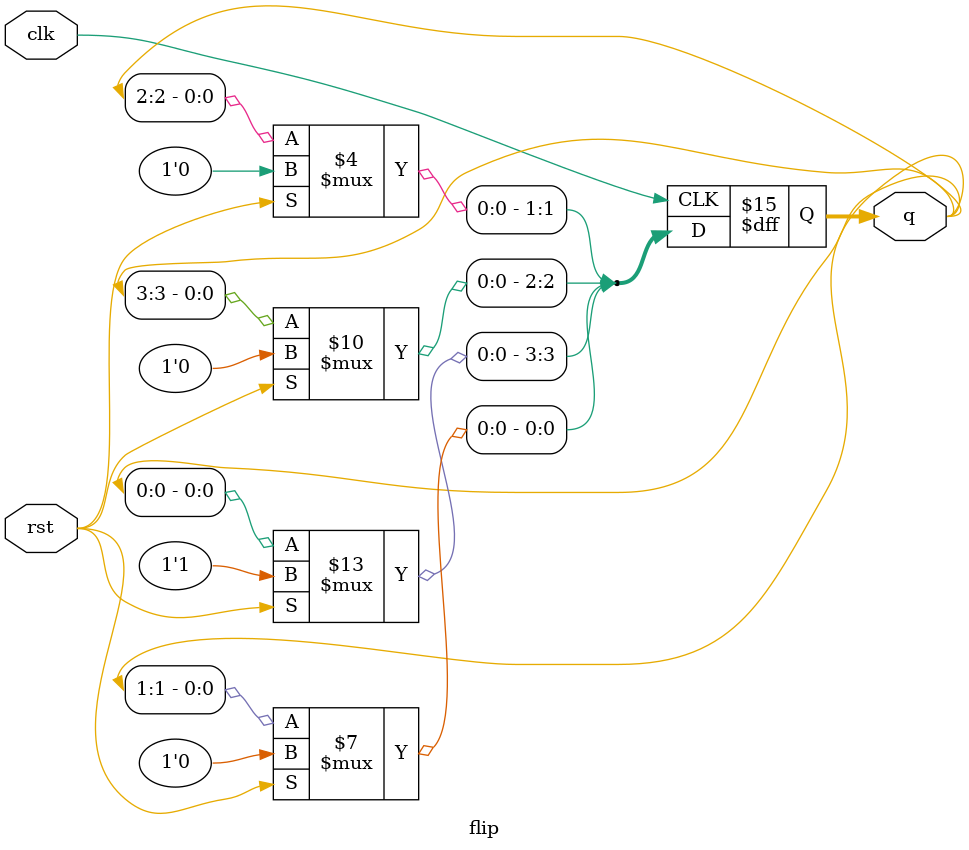
<source format=v>
`timescale 1ns / 1ps

module flip(
  input clk,rst,
  output reg [3:0]q
    );
    
 always@(posedge clk)
 begin
    if(rst== 1'b1)
        begin
            q<=4'b1000;
        end
    else
        begin
             q[3] <= q[0];  // Wrap LSB to MSB
             q[2] <= q[3];  // Shift MSB to q[2]
             q[1] <= q[2];  // Shift q[2] to q[1]
             q[0] <= q[1];  // Shift q[1] to LSB
         end
 end
endmodule

</source>
